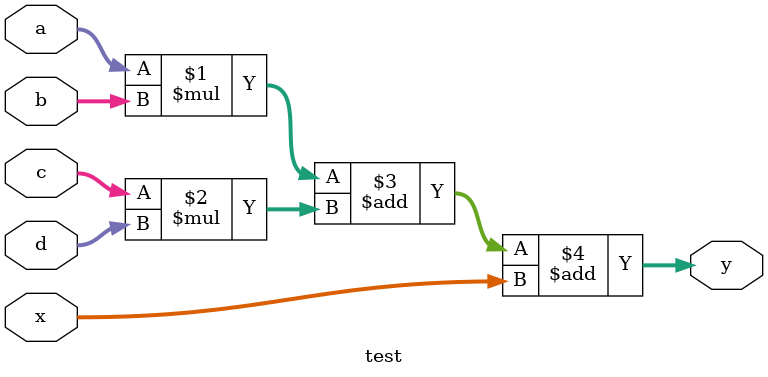
<source format=v>
module test(a, b, c, d, x, y);
input [15:0] a, b, c, d;
input [31:0] x;
output [31:0] y;
assign y = a*b + c*d + x;
endmodule

</source>
